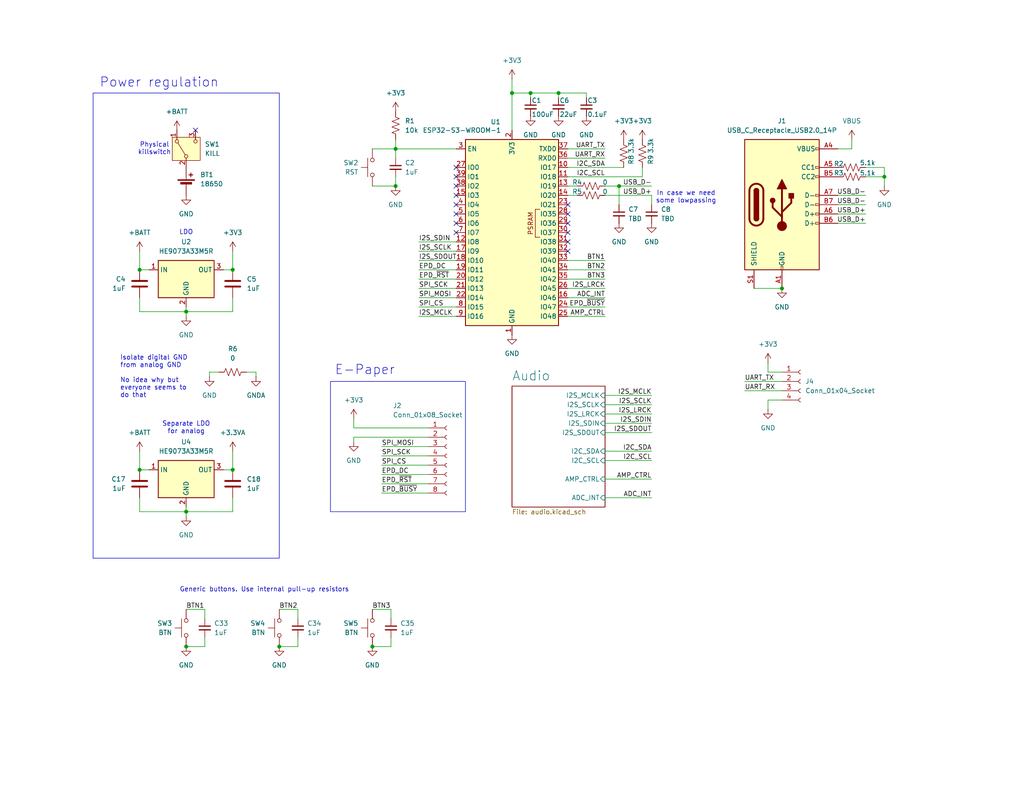
<source format=kicad_sch>
(kicad_sch (version 20231120) (generator "eeschema") (generator_version "8.0")
  (paper "USLetter")
  (title_block (title "Live Caption Badge") (date "2024-10-17") (company "EECS 473 Fall 2024 Team 9"))
  (lib_symbols
    (symbol "Connector:Conn_01x04_Socket" (pin_names (offset 1.016) hide)
      (property "Reference" "J" (at 0 5.08 0))
      (property "Value" "Conn_01x04_Socket" (at 0 -7.62 0))
      (symbol "Conn_01x04_Socket_1_1"
        (arc (start 0 -4.572) (mid -0.5058 -5.08) (end 0 -5.588) (stroke (width 0.1524)))
        (arc (start 0 -2.032) (mid -0.5058 -2.54) (end 0 -3.048) (stroke (width 0.1524)))
        (polyline (pts (xy -1.27 -5.08) (xy -0.508 -5.08)) (stroke (width 0.1524)))
        (polyline (pts (xy -1.27 -2.54) (xy -0.508 -2.54)) (stroke (width 0.1524)))
        (polyline (pts (xy -1.27 0) (xy -0.508 0)) (stroke (width 0.1524)))
        (polyline (pts (xy -1.27 2.54) (xy -0.508 2.54)) (stroke (width 0.1524)))
        (arc (start 0 0.508) (mid -0.5058 0) (end 0 -0.508) (stroke (width 0.1524)))
        (arc (start 0 3.048) (mid -0.5058 2.54) (end 0 2.032) (stroke (width 0.1524)))
        (pin passive line (at -5.08 2.54 0) (length 3.81) (name "Pin_1") (number "1"))
        (pin passive line (at -5.08 0 0) (length 3.81) (name "Pin_2") (number "2"))
        (pin passive line (at -5.08 -2.54 0) (length 3.81) (name "Pin_3") (number "3"))
        (pin passive line (at -5.08 -5.08 0) (length 3.81) (name "Pin_4") (number "4"))
      )
    )
    (symbol "Connector:Conn_01x08_Socket" (pin_names (offset 1.016) hide)
      (property "Reference" "J" (at 0 10.16 0))
      (property "Value" "Conn_01x08_Socket" (at 0 -12.7 0))
      (symbol "Conn_01x08_Socket_1_1"
        (arc (start 0 -9.652) (mid -0.5058 -10.16) (end 0 -10.668) (stroke (width 0.1524)))
        (arc (start 0 -7.112) (mid -0.5058 -7.62) (end 0 -8.128) (stroke (width 0.1524)))
        (arc (start 0 -4.572) (mid -0.5058 -5.08) (end 0 -5.588) (stroke (width 0.1524)))
        (arc (start 0 -2.032) (mid -0.5058 -2.54) (end 0 -3.048) (stroke (width 0.1524)))
        (polyline (pts (xy -1.27 -10.16) (xy -0.508 -10.16)) (stroke (width 0.1524)))
        (polyline (pts (xy -1.27 -7.62) (xy -0.508 -7.62)) (stroke (width 0.1524)))
        (polyline (pts (xy -1.27 -5.08) (xy -0.508 -5.08)) (stroke (width 0.1524)))
        (polyline (pts (xy -1.27 -2.54) (xy -0.508 -2.54)) (stroke (width 0.1524)))
        (polyline (pts (xy -1.27 0) (xy -0.508 0)) (stroke (width 0.1524)))
        (polyline (pts (xy -1.27 2.54) (xy -0.508 2.54)) (stroke (width 0.1524)))
        (polyline (pts (xy -1.27 5.08) (xy -0.508 5.08)) (stroke (width 0.1524)))
        (polyline (pts (xy -1.27 7.62) (xy -0.508 7.62)) (stroke (width 0.1524)))
        (arc (start 0 0.508) (mid -0.5058 0) (end 0 -0.508) (stroke (width 0.1524)))
        (arc (start 0 3.048) (mid -0.5058 2.54) (end 0 2.032) (stroke (width 0.1524)))
        (arc (start 0 5.588) (mid -0.5058 5.08) (end 0 4.572) (stroke (width 0.1524)))
        (arc (start 0 8.128) (mid -0.5058 7.62) (end 0 7.112) (stroke (width 0.1524)))
        (pin passive line (at -5.08 7.62 0) (length 3.81) (name "Pin_1") (number "1"))
        (pin passive line (at -5.08 5.08 0) (length 3.81) (name "Pin_2") (number "2"))
        (pin passive line (at -5.08 2.54 0) (length 3.81) (name "Pin_3") (number "3"))
        (pin passive line (at -5.08 0 0) (length 3.81) (name "Pin_4") (number "4"))
        (pin passive line (at -5.08 -2.54 0) (length 3.81) (name "Pin_5") (number "5"))
        (pin passive line (at -5.08 -5.08 0) (length 3.81) (name "Pin_6") (number "6"))
        (pin passive line (at -5.08 -7.62 0) (length 3.81) (name "Pin_7") (number "7"))
        (pin passive line (at -5.08 -10.16 0) (length 3.81) (name "Pin_8") (number "8"))
      )
    )
    (symbol "Connector:USB_C_Receptacle_USB2.0_14P" (pin_names (offset 1.016))
      (property "Reference" "J" (at 0 22.225 0))
      (property "Value" "USB_C_Receptacle_USB2.0_14P" (at 0 19.685 0))
      (symbol "USB_C_Receptacle_USB2.0_14P_0_0"
        (rectangle (start -0.254 -17.78) (end 0.254 -16.764))
        (rectangle (start 10.16 -4.826) (end 9.144 -5.334))
        (rectangle (start 10.16 -2.286) (end 9.144 -2.794))
        (rectangle (start 10.16 0.254) (end 9.144 -0.254))
        (rectangle (start 10.16 2.794) (end 9.144 2.286))
        (rectangle (start 10.16 7.874) (end 9.144 7.366))
        (rectangle (start 10.16 10.414) (end 9.144 9.906))
        (rectangle (start 10.16 15.494) (end 9.144 14.986))
      )
      (symbol "USB_C_Receptacle_USB2.0_14P_0_1"
        (rectangle (start -10.16 17.78) (end 10.16 -17.78) (stroke (width 0.254)) (fill (type background)))
        (arc (start -8.89 -3.81) (mid -6.985 -5.7067) (end -5.08 -3.81) (stroke (width 0.508)))
        (arc (start -7.62 -3.81) (mid -6.985 -4.4423) (end -6.35 -3.81) (stroke (width 0.254)))
        (arc (start -7.62 -3.81) (mid -6.985 -4.4423) (end -6.35 -3.81) (stroke (width 0.254)) (fill (type outline)))
        (rectangle (start -7.62 -3.81) (end -6.35 3.81) (stroke (width 0.254)) (fill (type outline)))
        (arc (start -6.35 3.81) (mid -6.985 4.4423) (end -7.62 3.81) (stroke (width 0.254)))
        (arc (start -6.35 3.81) (mid -6.985 4.4423) (end -7.62 3.81) (stroke (width 0.254)) (fill (type outline)))
        (arc (start -5.08 3.81) (mid -6.985 5.7067) (end -8.89 3.81) (stroke (width 0.508)))
        (circle (center -2.54 1.143) (radius 0.635) (stroke (width 0.254)) (fill (type outline)))
        (circle (center 0 -5.842) (radius 1.27) (fill (type outline)))
        (polyline (pts (xy -8.89 -3.81) (xy -8.89 3.81)) (stroke (width 0.508)))
        (polyline (pts (xy -5.08 3.81) (xy -5.08 -3.81)) (stroke (width 0.508)))
        (polyline (pts (xy 0 -5.842) (xy 0 4.318)) (stroke (width 0.508)))
        (polyline (pts (xy 0 -3.302) (xy -2.54 -0.762) (xy -2.54 0.508)) (stroke (width 0.508)))
        (polyline (pts (xy 0 -2.032) (xy 2.54 0.508) (xy 2.54 1.778)) (stroke (width 0.508)))
        (polyline (pts (xy -1.27 4.318) (xy 0 6.858) (xy 1.27 4.318) (xy -1.27 4.318)) (stroke (width 0.254)) (fill (type outline)))
        (rectangle (start 1.905 1.778) (end 3.175 3.048) (stroke (width 0.254)) (fill (type outline)))
      )
      (symbol "USB_C_Receptacle_USB2.0_14P_1_1"
        (pin passive line (at 0 -22.86 90) (length 5.08) (name "GND") (number "A1"))
        (pin passive line (at 0 -22.86 90) (length 5.08) hide (name "GND") (number "A12"))
        (pin passive line (at 15.24 15.24 180) (length 5.08) (name "VBUS") (number "A4"))
        (pin bidirectional line (at 15.24 10.16 180) (length 5.08) (name "CC1") (number "A5"))
        (pin bidirectional line (at 15.24 -2.54 180) (length 5.08) (name "D+") (number "A6"))
        (pin bidirectional line (at 15.24 2.54 180) (length 5.08) (name "D-") (number "A7"))
        (pin passive line (at 15.24 15.24 180) (length 5.08) hide (name "VBUS") (number "A9"))
        (pin passive line (at 0 -22.86 90) (length 5.08) hide (name "GND") (number "B1"))
        (pin passive line (at 0 -22.86 90) (length 5.08) hide (name "GND") (number "B12"))
        (pin passive line (at 15.24 15.24 180) (length 5.08) hide (name "VBUS") (number "B4"))
        (pin bidirectional line (at 15.24 7.62 180) (length 5.08) (name "CC2") (number "B5"))
        (pin bidirectional line (at 15.24 -5.08 180) (length 5.08) (name "D+") (number "B6"))
        (pin bidirectional line (at 15.24 0 180) (length 5.08) (name "D-") (number "B7"))
        (pin passive line (at 15.24 15.24 180) (length 5.08) hide (name "VBUS") (number "B9"))
        (pin passive line (at -7.62 -22.86 90) (length 5.08) (name "SHIELD") (number "S1"))
      )
    )
    (symbol "Device:Battery_Cell" (pin_numbers hide) (pin_names (offset 0) hide)
      (property "Reference" "BT" (at 2.54 2.54 0))
      (property "Value" "Battery_Cell" (at 2.54 0 0))
      (symbol "Battery_Cell_0_1"
        (rectangle (start -2.286 1.778) (end 2.286 1.524) (fill (type outline)))
        (rectangle (start -1.524 1.016) (end 1.524 0.508) (fill (type outline)))
        (polyline (pts (xy 0 0.762) (xy 0 0)))
        (polyline (pts (xy 0 1.778) (xy 0 2.54)))
        (polyline (pts (xy 0.762 3.048) (xy 1.778 3.048)) (stroke (width 0.254)))
        (polyline (pts (xy 1.27 3.556) (xy 1.27 2.54)) (stroke (width 0.254)))
      )
      (symbol "Battery_Cell_1_1"
        (pin passive line (at 0 5.08 270) (length 2.54) (name "+") (number "1"))
        (pin passive line (at 0 -2.54 90) (length 2.54) (name "-") (number "2"))
      )
    )
    (symbol "Device:C" (pin_numbers hide) (pin_names (offset 0.254))
      (property "Reference" "C" (at 0.635 2.54 0))
      (property "Value" "C" (at 0.635 -2.54 0))
      (symbol "C_0_1"
        (polyline (pts (xy -2.032 -0.762) (xy 2.032 -0.762)) (stroke (width 0.508)))
        (polyline (pts (xy -2.032 0.762) (xy 2.032 0.762)) (stroke (width 0.508)))
      )
      (symbol "C_1_1"
        (pin passive line (at 0 3.81 270) (length 2.794) (name "~") (number "1"))
        (pin passive line (at 0 -3.81 90) (length 2.794) (name "~") (number "2"))
      )
    )
    (symbol "Device:C_Small" (pin_numbers hide) (pin_names (offset 0.254) hide)
      (property "Reference" "C" (at 0.254 1.778 0))
      (property "Value" "C_Small" (at 0.254 -2.032 0))
      (symbol "C_Small_0_1"
        (polyline (pts (xy -1.524 -0.508) (xy 1.524 -0.508)) (stroke (width 0.3302)))
        (polyline (pts (xy -1.524 0.508) (xy 1.524 0.508)) (stroke (width 0.3048)))
      )
      (symbol "C_Small_1_1"
        (pin passive line (at 0 2.54 270) (length 2.032) (name "~") (number "1"))
        (pin passive line (at 0 -2.54 90) (length 2.032) (name "~") (number "2"))
      )
    )
    (symbol "Device:R_US" (pin_numbers hide) (pin_names (offset 0))
      (property "Reference" "R" (at 2.54 0 90))
      (property "Value" "R_US" (at -2.54 0 90))
      (symbol "R_US_0_1"
        (polyline (pts (xy 0 -2.286) (xy 0 -2.54)))
        (polyline (pts (xy 0 2.286) (xy 0 2.54)))
        (polyline (pts (xy 0 -0.762) (xy 1.016 -1.143) (xy 0 -1.524) (xy -1.016 -1.905) (xy 0 -2.286)))
        (polyline (pts (xy 0 0.762) (xy 1.016 0.381) (xy 0 0) (xy -1.016 -0.381) (xy 0 -0.762)))
        (polyline (pts (xy 0 2.286) (xy 1.016 1.905) (xy 0 1.524) (xy -1.016 1.143) (xy 0 0.762)))
      )
      (symbol "R_US_1_1"
        (pin passive line (at 0 3.81 270) (length 1.27) (name "~") (number "1"))
        (pin passive line (at 0 -3.81 90) (length 1.27) (name "~") (number "2"))
      )
    )
    (symbol "RF_Module:ESP32-S3-WROOM-1"
      (property "Reference" "U" (at -12.7 26.67 0))
      (property "Value" "ESP32-S3-WROOM-1" (at 12.7 26.67 0))
      (symbol "ESP32-S3-WROOM-1_0_0"
        (rectangle (start -12.7 25.4) (end 12.7 -25.4) (stroke (width 0.254)) (fill (type background)))
        (text "PSRAM" (at 5.08 2.54 900) (effects (font (size 1.27 1.27))))
      )
      (symbol "ESP32-S3-WROOM-1_0_1"
        (polyline (pts (xy 7.62 -1.27) (xy 6.35 -1.27) (xy 6.35 6.35) (xy 7.62 6.35)))
      )
      (symbol "ESP32-S3-WROOM-1_1_1"
        (pin power_in line (at 0 -27.94 90) (length 2.54) (name "GND") (number "1"))
        (pin bidirectional line (at 15.24 17.78 180) (length 2.54) (name "IO17") (number "10"))
        (pin bidirectional line (at 15.24 15.24 180) (length 2.54) (name "IO18") (number "11"))
        (pin bidirectional line (at -15.24 -2.54 0) (length 2.54) (name "IO8") (number "12"))
        (pin bidirectional line (at 15.24 12.7 180) (length 2.54) (name "IO19") (number "13"))
        (pin bidirectional line (at 15.24 10.16 180) (length 2.54) (name "IO20") (number "14"))
        (pin bidirectional line (at -15.24 10.16 0) (length 2.54) (name "IO3") (number "15"))
        (pin bidirectional line (at 15.24 -17.78 180) (length 2.54) (name "IO46") (number "16"))
        (pin bidirectional line (at -15.24 -5.08 0) (length 2.54) (name "IO9") (number "17"))
        (pin bidirectional line (at -15.24 -7.62 0) (length 2.54) (name "IO10") (number "18"))
        (pin bidirectional line (at -15.24 -10.16 0) (length 2.54) (name "IO11") (number "19"))
        (pin power_in line (at 0 27.94 270) (length 2.54) (name "3V3") (number "2"))
        (pin bidirectional line (at -15.24 -12.7 0) (length 2.54) (name "IO12") (number "20"))
        (pin bidirectional line (at -15.24 -15.24 0) (length 2.54) (name "IO13") (number "21"))
        (pin bidirectional line (at -15.24 -17.78 0) (length 2.54) (name "IO14") (number "22"))
        (pin bidirectional line (at 15.24 7.62 180) (length 2.54) (name "IO21") (number "23"))
        (pin bidirectional line (at 15.24 -20.32 180) (length 2.54) (name "IO47") (number "24"))
        (pin bidirectional line (at 15.24 -22.86 180) (length 2.54) (name "IO48") (number "25"))
        (pin bidirectional line (at 15.24 -15.24 180) (length 2.54) (name "IO45") (number "26"))
        (pin bidirectional line (at -15.24 17.78 0) (length 2.54) (name "IO0") (number "27"))
        (pin bidirectional line (at 15.24 5.08 180) (length 2.54) (name "IO35") (number "28"))
        (pin bidirectional line (at 15.24 2.54 180) (length 2.54) (name "IO36") (number "29"))
        (pin input line (at -15.24 22.86 0) (length 2.54) (name "EN") (number "3"))
        (pin bidirectional line (at 15.24 0 180) (length 2.54) (name "IO37") (number "30"))
        (pin bidirectional line (at 15.24 -2.54 180) (length 2.54) (name "IO38") (number "31"))
        (pin bidirectional line (at 15.24 -5.08 180) (length 2.54) (name "IO39") (number "32"))
        (pin bidirectional line (at 15.24 -7.62 180) (length 2.54) (name "IO40") (number "33"))
        (pin bidirectional line (at 15.24 -10.16 180) (length 2.54) (name "IO41") (number "34"))
        (pin bidirectional line (at 15.24 -12.7 180) (length 2.54) (name "IO42") (number "35"))
        (pin bidirectional line (at 15.24 20.32 180) (length 2.54) (name "RXD0") (number "36"))
        (pin bidirectional line (at 15.24 22.86 180) (length 2.54) (name "TXD0") (number "37"))
        (pin bidirectional line (at -15.24 12.7 0) (length 2.54) (name "IO2") (number "38"))
        (pin bidirectional line (at -15.24 15.24 0) (length 2.54) (name "IO1") (number "39"))
        (pin bidirectional line (at -15.24 7.62 0) (length 2.54) (name "IO4") (number "4"))
        (pin passive line (at 0 -27.94 90) (length 2.54) hide (name "GND") (number "40"))
        (pin passive line (at 0 -27.94 90) (length 2.54) hide (name "GND") (number "41"))
        (pin bidirectional line (at -15.24 5.08 0) (length 2.54) (name "IO5") (number "5"))
        (pin bidirectional line (at -15.24 2.54 0) (length 2.54) (name "IO6") (number "6"))
        (pin bidirectional line (at -15.24 0 0) (length 2.54) (name "IO7") (number "7"))
        (pin bidirectional line (at -15.24 -20.32 0) (length 2.54) (name "IO15") (number "8"))
        (pin bidirectional line (at -15.24 -22.86 0) (length 2.54) (name "IO16") (number "9"))
      )
    )
    (symbol "Regulator_Linear:LT1963AxST-3.3"
      (property "Reference" "U" (at -7.62 6.35 0))
      (property "Value" "LT1963AxST-3.3" (at -1.27 6.35 0))
      (symbol "LT1963AxST-3.3_0_1"
        (rectangle (start -7.62 5.08) (end 7.62 -5.08) (stroke (width 0.254)) (fill (type background)))
      )
      (symbol "LT1963AxST-3.3_1_1"
        (pin power_in line (at -10.16 2.54 0) (length 2.54) (name "IN") (number "1"))
        (pin power_in line (at 0 -7.62 90) (length 2.54) (name "GND") (number "2"))
        (pin power_out line (at 10.16 2.54 180) (length 2.54) (name "OUT") (number "3"))
      )
    )
    (symbol "Switch:SW_Push" (pin_numbers hide) (pin_names (offset 1.016) hide)
      (property "Reference" "SW" (at 1.27 2.54 0))
      (property "Value" "SW_Push" (at 0 -1.524 0))
      (symbol "SW_Push_0_1"
        (circle (center -2.032 0) (radius 0.508))
        (polyline (pts (xy 0 1.27) (xy 0 3.048)))
        (polyline (pts (xy 2.54 1.27) (xy -2.54 1.27)))
        (circle (center 2.032 0) (radius 0.508))
        (pin passive line (at -5.08 0 0) (length 2.54) (name "1") (number "1"))
        (pin passive line (at 5.08 0 180) (length 2.54) (name "2") (number "2"))
      )
    )
    (symbol "Switch:SW_SPDT" (pin_names (offset 0) hide)
      (property "Reference" "SW" (at 0 5.08 0))
      (property "Value" "SW_SPDT" (at 0 -5.08 0))
      (symbol "SW_SPDT_0_1"
        (circle (center -2.032 0) (radius 0.4572))
        (polyline (pts (xy -1.651 0.254) (xy 1.651 2.286)))
        (circle (center 2.032 -2.54) (radius 0.4572))
        (circle (center 2.032 2.54) (radius 0.4572))
      )
      (symbol "SW_SPDT_1_1"
        (rectangle (start -3.175 3.81) (end 3.175 -3.81) (fill (type background)))
        (pin passive line (at 5.08 2.54 180) (length 2.54) (name "A") (number "1"))
        (pin passive line (at -5.08 0 0) (length 2.54) (name "B") (number "2"))
        (pin passive line (at 5.08 -2.54 180) (length 2.54) (name "C") (number "3"))
      )
    )
    (symbol "power:+3.3VA" (power) (pin_numbers hide) (pin_names (offset 0) hide)
      (property "Value" "+3.3VA" (at 0 3.556 0))
      (symbol "+3.3VA_0_1"
        (polyline (pts (xy -0.762 1.27) (xy 0 2.54)))
        (polyline (pts (xy 0 0) (xy 0 2.54)))
        (polyline (pts (xy 0 2.54) (xy 0.762 1.27)))
      )
      (symbol "+3.3VA_1_1"
        (pin power_in line (at 0 0 90) (length 0) (name "~") (number "1"))
      )
    )
    (symbol "power:+3V3" (power) (pin_numbers hide) (pin_names (offset 0) hide)
      (property "Value" "+3V3" (at 0 3.556 0))
      (symbol "+3V3_0_1"
        (polyline (pts (xy -0.762 1.27) (xy 0 2.54)))
        (polyline (pts (xy 0 0) (xy 0 2.54)))
        (polyline (pts (xy 0 2.54) (xy 0.762 1.27)))
      )
      (symbol "+3V3_1_1"
        (pin power_in line (at 0 0 90) (length 0) (name "~") (number "1"))
      )
    )
    (symbol "power:+BATT" (power) (pin_numbers hide) (pin_names (offset 0) hide)
      (property "Value" "+BATT" (at 0 3.556 0))
      (symbol "+BATT_0_1"
        (polyline (pts (xy -0.762 1.27) (xy 0 2.54)))
        (polyline (pts (xy 0 0) (xy 0 2.54)))
        (polyline (pts (xy 0 2.54) (xy 0.762 1.27)))
      )
      (symbol "+BATT_1_1"
        (pin power_in line (at 0 0 90) (length 0) (name "~") (number "1"))
      )
    )
    (symbol "power:GND" (power) (pin_numbers hide) (pin_names (offset 0) hide)
      (property "Value" "GND" (at 0 -3.81 0))
      (symbol "GND_0_1"
        (polyline (pts (xy 0 0) (xy 0 -1.27) (xy 1.27 -1.27) (xy 0 -2.54) (xy -1.27 -1.27) (xy 0 -1.27)))
      )
      (symbol "GND_1_1"
        (pin power_in line (at 0 0 270) (length 0) (name "~") (number "1"))
      )
    )
    (symbol "power:GNDA" (power) (pin_numbers hide) (pin_names (offset 0) hide)
      (property "Value" "GNDA" (at 0 -3.81 0))
      (symbol "GNDA_0_1"
        (polyline (pts (xy 0 0) (xy 0 -1.27) (xy 1.27 -1.27) (xy 0 -2.54) (xy -1.27 -1.27) (xy 0 -1.27)))
      )
      (symbol "GNDA_1_1"
        (pin power_in line (at 0 0 270) (length 0) (name "~") (number "1"))
      )
    )
    (symbol "power:VBUS" (power) (pin_numbers hide) (pin_names (offset 0) hide)
      (property "Value" "VBUS" (at 0 3.556 0))
      (symbol "VBUS_0_1"
        (polyline (pts (xy -0.762 1.27) (xy 0 2.54)))
        (polyline (pts (xy 0 0) (xy 0 2.54)))
        (polyline (pts (xy 0 2.54) (xy 0.762 1.27)))
      )
      (symbol "VBUS_1_1"
        (pin power_in line (at 0 0 90) (length 0) (name "~") (number "1"))
      )
    )
  )
  (junction (at 50.8 176.53))
  (junction (at 38.1 73.66))
  (junction (at 152.4 25.4))
  (junction (at 139.7 25.4))
  (junction (at 63.5 128.27))
  (junction (at 101.6 176.53))
  (junction (at 76.2 176.53))
  (junction (at 107.95 50.8))
  (junction (at 63.5 73.66))
  (junction (at 50.8 85.09))
  (junction (at 213.36 78.74))
  (junction (at 144.78 25.4))
  (junction (at 50.8 139.7))
  (junction (at 241.3 48.26))
  (junction (at 107.95 40.64))
  (junction (at 38.1 128.27))
  (junction (at 168.91 50.8))
  (no_connect (at 53.34 35.56))
  (no_connect (at 124.46 58.42))
  (no_connect (at 124.46 45.72))
  (no_connect (at 124.46 55.88))
  (no_connect (at 154.94 60.96))
  (no_connect (at 124.46 48.26))
  (no_connect (at 154.94 63.5))
  (no_connect (at 154.94 68.58))
  (no_connect (at 124.46 53.34))
  (no_connect (at 124.46 63.5))
  (no_connect (at 154.94 58.42))
  (no_connect (at 154.94 66.04))
  (no_connect (at 154.94 55.88))
  (no_connect (at 124.46 50.8))
  (no_connect (at 124.46 60.96))
  (wire (pts (xy 96.52 119.38) (xy 96.52 120.65)))
  (wire (pts (xy 209.55 109.22) (xy 209.55 111.76)))
  (wire (pts (xy 50.8 138.43) (xy 50.8 139.7)))
  (wire (pts (xy 154.94 53.34) (xy 157.48 53.34)))
  (wire (pts (xy 96.52 114.3) (xy 96.52 116.84)))
  (wire (pts (xy 104.14 132.08) (xy 116.84 132.08)))
  (wire (pts (xy 165.1 118.11) (xy 177.8 118.11)))
  (wire (pts (xy 63.5 85.09) (xy 50.8 85.09)))
  (wire (pts (xy 50.8 85.09) (xy 50.8 86.36)))
  (wire (pts (xy 154.94 78.74) (xy 165.1 78.74)))
  (wire (pts (xy 154.94 48.26) (xy 175.26 48.26)))
  (wire (pts (xy 154.94 76.2) (xy 165.1 76.2)))
  (wire (pts (xy 106.68 168.91) (xy 106.68 166.37)))
  (wire (pts (xy 38.1 128.27) (xy 38.1 123.19)))
  (wire (pts (xy 144.78 25.4) (xy 139.7 25.4)))
  (wire (pts (xy 160.02 26.67) (xy 160.02 25.4)))
  (wire (pts (xy 114.3 81.28) (xy 124.46 81.28)))
  (wire (pts (xy 114.3 76.2) (xy 124.46 76.2)))
  (wire (pts (xy 165.1 130.81) (xy 177.8 130.81)))
  (wire (pts (xy 165.1 50.8) (xy 168.91 50.8)))
  (wire (pts (xy 154.94 71.12) (xy 165.1 71.12)))
  (wire (pts (xy 114.3 86.36) (xy 124.46 86.36)))
  (wire (pts (xy 205.74 78.74) (xy 213.36 78.74)))
  (wire (pts (xy 114.3 78.74) (xy 124.46 78.74)))
  (wire (pts (xy 104.14 121.92) (xy 116.84 121.92)))
  (wire (pts (xy 168.91 50.8) (xy 177.8 50.8)))
  (wire (pts (xy 228.6 55.88) (xy 236.22 55.88)))
  (wire (pts (xy 154.94 45.72) (xy 170.18 45.72)))
  (wire (pts (xy 40.64 128.27) (xy 38.1 128.27)))
  (wire (pts (xy 55.88 166.37) (xy 50.8 166.37)))
  (wire (pts (xy 241.3 45.72) (xy 241.3 48.26)))
  (wire (pts (xy 63.5 68.58) (xy 63.5 73.66)))
  (wire (pts (xy 154.94 73.66) (xy 165.1 73.66)))
  (wire (pts (xy 104.14 134.62) (xy 116.84 134.62)))
  (wire (pts (xy 67.31 101.6) (xy 69.85 101.6)))
  (wire (pts (xy 154.94 86.36) (xy 165.1 86.36)))
  (wire (pts (xy 165.1 125.73) (xy 177.8 125.73)))
  (wire (pts (xy 38.1 135.89) (xy 38.1 139.7)))
  (wire (pts (xy 232.41 38.1) (xy 232.41 40.64)))
  (wire (pts (xy 101.6 50.8) (xy 107.95 50.8)))
  (wire (pts (xy 154.94 43.18) (xy 165.1 43.18)))
  (wire (pts (xy 236.22 48.26) (xy 241.3 48.26)))
  (wire (pts (xy 107.95 40.64) (xy 107.95 43.18)))
  (wire (pts (xy 203.2 106.68) (xy 213.36 106.68)))
  (wire (pts (xy 228.6 58.42) (xy 236.22 58.42)))
  (wire (pts (xy 177.8 53.34) (xy 177.8 55.88)))
  (wire (pts (xy 232.41 40.64) (xy 228.6 40.64)))
  (wire (pts (xy 114.3 83.82) (xy 124.46 83.82)))
  (wire (pts (xy 152.4 25.4) (xy 160.02 25.4)))
  (wire (pts (xy 165.1 123.19) (xy 177.8 123.19)))
  (wire (pts (xy 165.1 135.89) (xy 177.8 135.89)))
  (wire (pts (xy 236.22 45.72) (xy 241.3 45.72)))
  (wire (pts (xy 81.28 173.99) (xy 81.28 176.53)))
  (wire (pts (xy 152.4 25.4) (xy 152.4 26.67)))
  (wire (pts (xy 114.3 68.58) (xy 124.46 68.58)))
  (wire (pts (xy 81.28 176.53) (xy 76.2 176.53)))
  (wire (pts (xy 106.68 176.53) (xy 101.6 176.53)))
  (wire (pts (xy 165.1 115.57) (xy 177.8 115.57)))
  (wire (pts (xy 139.7 21.59) (xy 139.7 25.4)))
  (wire (pts (xy 168.91 50.8) (xy 168.91 55.88)))
  (wire (pts (xy 154.94 83.82) (xy 165.1 83.82)))
  (wire (pts (xy 104.14 124.46) (xy 116.84 124.46)))
  (wire (pts (xy 63.5 81.28) (xy 63.5 85.09)))
  (wire (pts (xy 63.5 135.89) (xy 63.5 139.7)))
  (wire (pts (xy 104.14 129.54) (xy 116.84 129.54)))
  (wire (pts (xy 55.88 173.99) (xy 55.88 176.53)))
  (wire (pts (xy 165.1 107.95) (xy 177.8 107.95)))
  (wire (pts (xy 106.68 173.99) (xy 106.68 176.53)))
  (wire (pts (xy 154.94 81.28) (xy 165.1 81.28)))
  (wire (pts (xy 40.64 73.66) (xy 38.1 73.66)))
  (wire (pts (xy 63.5 139.7) (xy 50.8 139.7)))
  (wire (pts (xy 59.69 101.6) (xy 57.15 101.6)))
  (wire (pts (xy 209.55 99.06) (xy 209.55 101.6)))
  (wire (pts (xy 38.1 85.09) (xy 50.8 85.09)))
  (wire (pts (xy 144.78 26.67) (xy 144.78 25.4)))
  (wire (pts (xy 154.94 50.8) (xy 157.48 50.8)))
  (wire (pts (xy 114.3 66.04) (xy 124.46 66.04)))
  (wire (pts (xy 106.68 166.37) (xy 101.6 166.37)))
  (wire (pts (xy 203.2 104.14) (xy 213.36 104.14)))
  (wire (pts (xy 55.88 176.53) (xy 50.8 176.53)))
  (wire (pts (xy 81.28 166.37) (xy 76.2 166.37)))
  (wire (pts (xy 228.6 60.96) (xy 236.22 60.96)))
  (wire (pts (xy 241.3 48.26) (xy 241.3 50.8)))
  (wire (pts (xy 38.1 81.28) (xy 38.1 85.09)))
  (wire (pts (xy 63.5 128.27) (xy 60.96 128.27)))
  (wire (pts (xy 50.8 139.7) (xy 50.8 140.97)))
  (wire (pts (xy 107.95 48.26) (xy 107.95 50.8)))
  (wire (pts (xy 114.3 71.12) (xy 124.46 71.12)))
  (wire (pts (xy 38.1 139.7) (xy 50.8 139.7)))
  (wire (pts (xy 154.94 40.64) (xy 165.1 40.64)))
  (wire (pts (xy 63.5 123.19) (xy 63.5 128.27)))
  (wire (pts (xy 55.88 168.91) (xy 55.88 166.37)))
  (wire (pts (xy 104.14 127) (xy 116.84 127)))
  (wire (pts (xy 96.52 116.84) (xy 116.84 116.84)))
  (wire (pts (xy 165.1 110.49) (xy 177.8 110.49)))
  (wire (pts (xy 116.84 119.38) (xy 96.52 119.38)))
  (wire (pts (xy 107.95 38.1) (xy 107.95 40.64)))
  (wire (pts (xy 107.95 40.64) (xy 124.46 40.64)))
  (wire (pts (xy 38.1 73.66) (xy 38.1 68.58)))
  (wire (pts (xy 57.15 101.6) (xy 57.15 102.87)))
  (wire (pts (xy 209.55 109.22) (xy 213.36 109.22)))
  (wire (pts (xy 139.7 25.4) (xy 139.7 35.56)))
  (wire (pts (xy 69.85 101.6) (xy 69.85 102.87)))
  (wire (pts (xy 50.8 83.82) (xy 50.8 85.09)))
  (wire (pts (xy 101.6 40.64) (xy 107.95 40.64)))
  (wire (pts (xy 81.28 168.91) (xy 81.28 166.37)))
  (wire (pts (xy 228.6 53.34) (xy 236.22 53.34)))
  (wire (pts (xy 165.1 53.34) (xy 177.8 53.34)))
  (wire (pts (xy 209.55 101.6) (xy 213.36 101.6)))
  (wire (pts (xy 165.1 113.03) (xy 177.8 113.03)))
  (wire (pts (xy 63.5 73.66) (xy 60.96 73.66)))
  (wire (pts (xy 114.3 73.66) (xy 124.46 73.66)))
  (wire (pts (xy 152.4 25.4) (xy 144.78 25.4)))
  (wire (pts (xy 175.26 45.72) (xy 175.26 48.26)))
  (rectangle (start 25.4 25.4) (end 76.2 152.4))
  (rectangle (start 90.17 104.14) (end 127 139.7))
  (text "Power regulation" (at 43.434 22.606 0) (effects (font (size 2.54 2.54))))
  (text "Physical\nkillswitch" (at 42.164 40.64 0) (effects (font (size 1.27 1.27))))
  (text "LDO" (at 50.8 63.5 0) (effects (font (size 1.27 1.27))))
  (text "In case we need\nsome lowpassing" (at 187.198 53.848 0) (effects (font (size 1.27 1.27))))
  (text "Generic buttons. Use internal pull-up resistors" (at 72.136 161.036 0) (effects (font (size 1.27 1.27))))
  (text "Isolate digital GND\nfrom analog GND\n\nNo idea why but\neveryone seems to\ndo that" (at 32.766 102.87 0) (effects (font (size 1.27 1.27)) (justify left)))
  (text "Separate LDO\nfor analog" (at 50.8 116.84 0) (effects (font (size 1.27 1.27))))
  (text "E-Paper" (at 99.568 101.092 0) (effects (font (size 2.54 2.54))))
  (label "I2S_SDOUT" (at 114.3 71.12 0))
  (label "I2S_LRCK" (at 177.8 113.03 180))
  (label "I2S_MCLK" (at 114.3 86.36 0))
  (label "USB_D-" (at 236.22 55.88 180))
  (label "ADC_INT" (at 165.1 81.28 180))
  (label "EPD_~{BUSY}" (at 104.14 134.62 0))
  (label "I2C_SCL" (at 177.8 125.73 180))
  (label "UART_TX" (at 165.1 40.64 180))
  (label "SPI_CS" (at 114.3 83.82 0))
  (label "USB_D-" (at 177.8 50.8 180))
  (label "I2C_SDA" (at 165.1 45.72 180))
  (label "EPD_~{RST}" (at 104.14 132.08 0))
  (label "SPI_CS" (at 104.14 127 0))
  (label "I2S_SDIN" (at 114.3 66.04 0))
  (label "USB_D+" (at 177.8 53.34 180))
  (label "I2C_SCL" (at 165.1 48.26 180))
  (label "USB_D+" (at 236.22 60.96 180))
  (label "BTN3" (at 165.1 76.2 180))
  (label "UART_RX" (at 203.2 106.68 0))
  (label "SPI_MOSI" (at 104.14 121.92 0))
  (label "EPD_DC" (at 104.14 129.54 0))
  (label "SPI_SCK" (at 104.14 124.46 0))
  (label "AMP_CTRL" (at 165.1 86.36 180))
  (label "UART_RX" (at 165.1 43.18 180))
  (label "I2S_SDIN" (at 177.8 115.57 180))
  (label "BTN1" (at 50.8 166.37 0))
  (label "BTN2" (at 76.2 166.37 0))
  (label "SPI_SCK" (at 114.3 78.74 0))
  (label "ADC_INT" (at 177.8 135.89 180))
  (label "EPD_~{BUSY}" (at 165.1 83.82 180))
  (label "EPD_DC" (at 114.3 73.66 0))
  (label "I2S_MCLK" (at 177.8 107.95 180))
  (label "USB_D-" (at 236.22 53.34 180))
  (label "I2S_SCLK" (at 114.3 68.58 0))
  (label "AMP_CTRL" (at 177.8 130.81 180))
  (label "USB_D+" (at 236.22 58.42 180))
  (label "I2S_SCLK" (at 177.8 110.49 180))
  (label "BTN1" (at 165.1 71.12 180))
  (label "BTN3" (at 101.6 166.37 0))
  (label "I2C_SDA" (at 177.8 123.19 180))
  (label "SPI_MOSI" (at 114.3 81.28 0))
  (label "BTN2" (at 165.1 73.66 180))
  (label "I2S_SDOUT" (at 177.8 118.11 180))
  (label "EPD_~{RST}" (at 114.3 76.2 0))
  (label "I2S_LRCK" (at 165.1 78.74 180))
  (label "UART_TX" (at 203.2 104.14 0))
  (symbol (lib_id "Device:R_US") (at 232.41 48.26 90) (unit 1)
    (property "Reference" "R3" (at 228.854 47.244 90))
    (property "Value" "5.1k" (at 236.728 47.244 90))
    (property "Description" "Resistor, US symbol" (effects (hide yes)))
  )
  (symbol (lib_id "Regulator_Linear:LT1963AxST-3.3") (at 50.8 76.2 0) (unit 1)
    (property "Reference" "U2" (at 50.8 66.04 0))
    (property "Value" "HE9073A33M5R" (at 50.8 68.58 0))
    (property "Datasheet" "https://www.analog.com/media/en/technical-documentation/data-sheets/1963aff.pdf" (effects (hide yes)))
    (property "Description" "3.3V, 500mA LDO regulator" (effects (hide yes)))
  )
  (symbol (lib_id "power:+3V3") (at 170.18 38.1 0) (unit 1)
    (property "Reference" "#PWR029" (effects (hide yes)))
    (property "Value" "+3V3" (at 170.18 33.02 0))
    (property "Description" "Power symbol creates a global label with name \"+3V3\"" (effects (hide yes)))
  )
  (symbol (lib_id "Device:C_Small") (at 107.95 45.72 0) (unit 1)
    (property "Reference" "C2" (at 110.49 44.4562 0) (effects (justify left)))
    (property "Value" "1uF" (at 110.49 46.9962 0) (effects (justify left)))
    (property "Description" "Unpolarized capacitor, small symbol" (effects (hide yes)))
  )
  (symbol (lib_id "power:+3V3") (at 209.55 99.06 0) (unit 1)
    (property "Reference" "#PWR017" (effects (hide yes)))
    (property "Value" "+3V3" (at 209.55 93.98 0))
    (property "Description" "Power symbol creates a global label with name \"+3V3\"" (effects (hide yes)))
  )
  (symbol (lib_id "Device:C_Small") (at 81.28 171.45 0) (unit 1)
    (property "Reference" "C34" (at 83.82 170.1862 0) (effects (justify left)))
    (property "Value" "1uF" (at 83.82 172.7262 0) (effects (justify left)))
    (property "Description" "Unpolarized capacitor, small symbol" (effects (hide yes)))
  )
  (symbol (lib_id "power:GND") (at 168.91 60.96 0) (unit 1)
    (property "Reference" "#PWR018" (effects (hide yes)))
    (property "Value" "GND" (at 168.91 66.04 0))
    (property "Description" "Power symbol creates a global label with name \"GND\" , ground" (effects (hide yes)))
  )
  (symbol (lib_id "Switch:SW_Push") (at 50.8 171.45 90) (unit 1)
    (property "Reference" "SW3" (at 46.99 170.1799 90) (effects (justify left)))
    (property "Value" "BTN" (at 46.99 172.7199 90) (effects (justify left)))
    (property "Description" "Push button switch, generic, two pins" (effects (hide yes)))
  )
  (symbol (lib_id "Device:C") (at 63.5 77.47 0) (unit 1)
    (property "Reference" "C5" (at 67.31 76.1999 0) (effects (justify left)))
    (property "Value" "1uF" (at 67.31 78.7399 0) (effects (justify left)))
    (property "Description" "Unpolarized capacitor" (effects (hide yes)))
  )
  (symbol (lib_id "power:GND") (at 96.52 120.65 0) (unit 1)
    (property "Reference" "#PWR045" (effects (hide yes)))
    (property "Value" "GND" (at 96.52 125.73 0))
    (property "Description" "Power symbol creates a global label with name \"GND\" , ground" (effects (hide yes)))
  )
  (symbol (lib_id "Device:R_US") (at 232.41 45.72 90) (unit 1)
    (property "Reference" "R2" (at 228.854 44.704 90))
    (property "Value" "5.1k" (at 236.728 44.45 90))
    (property "Description" "Resistor, US symbol" (effects (hide yes)))
  )
  (symbol (lib_id "power:GND") (at 107.95 50.8 0) (unit 1)
    (property "Reference" "#PWR06" (effects (hide yes)))
    (property "Value" "GND" (at 107.95 55.88 0))
    (property "Description" "Power symbol creates a global label with name \"GND\" , ground" (effects (hide yes)))
  )
  (symbol (lib_id "power:GND") (at 177.8 60.96 0) (unit 1)
    (property "Reference" "#PWR019" (effects (hide yes)))
    (property "Value" "GND" (at 177.8 66.04 0))
    (property "Description" "Power symbol creates a global label with name \"GND\" , ground" (effects (hide yes)))
  )
  (symbol (lib_id "Device:R_US") (at 175.26 41.91 0) (unit 1)
    (property "Reference" "R9" (at 177.546 44.958 90) (effects (justify left)))
    (property "Value" "3.3k" (at 177.546 41.91 90) (effects (justify left)))
    (property "Description" "Resistor, US symbol" (effects (hide yes)))
  )
  (symbol (lib_id "Switch:SW_Push") (at 101.6 171.45 90) (unit 1)
    (property "Reference" "SW5" (at 97.79 170.1799 90) (effects (justify left)))
    (property "Value" "BTN" (at 97.79 172.7199 90) (effects (justify left)))
    (property "Description" "Push button switch, generic, two pins" (effects (hide yes)))
  )
  (symbol (lib_id "Device:C") (at 38.1 132.08 0) (mirror y) (unit 1)
    (property "Reference" "C17" (at 34.29 130.8099 0) (effects (justify left)))
    (property "Value" "1uF" (at 34.29 133.3499 0) (effects (justify left)))
    (property "Description" "Unpolarized capacitor" (effects (hide yes)))
  )
  (symbol (lib_id "Device:C_Small") (at 177.8 58.42 0) (unit 1)
    (property "Reference" "C8" (at 180.34 57.1562 0) (effects (justify left)))
    (property "Value" "TBD" (at 180.34 59.6962 0) (effects (justify left)))
    (property "Description" "Unpolarized capacitor, small symbol" (effects (hide yes)))
  )
  (symbol (lib_id "Device:C") (at 38.1 77.47 0) (mirror y) (unit 1)
    (property "Reference" "C4" (at 34.29 76.1999 0) (effects (justify left)))
    (property "Value" "1uF" (at 34.29 78.7399 0) (effects (justify left)))
    (property "Description" "Unpolarized capacitor" (effects (hide yes)))
  )
  (symbol (lib_id "power:GND") (at 50.8 140.97 0) (unit 1)
    (property "Reference" "#PWR032" (effects (hide yes)))
    (property "Value" "GND" (at 50.8 146.05 0))
    (property "Description" "Power symbol creates a global label with name \"GND\" , ground" (effects (hide yes)))
  )
  (symbol (lib_id "Switch:SW_SPDT") (at 50.8 40.64 90) (unit 1)
    (property "Reference" "SW1" (at 55.88 39.3699 90) (effects (justify right)))
    (property "Value" "KILL" (at 55.88 41.9099 90) (effects (justify right)))
    (property "Description" "Switch, single pole double throw" (effects (hide yes)))
  )
  (symbol (lib_id "power:GND") (at 241.3 50.8 0) (unit 1)
    (property "Reference" "#PWR08" (effects (hide yes)))
    (property "Value" "GND" (at 241.3 55.88 0))
    (property "Description" "Power symbol creates a global label with name \"GND\" , ground" (effects (hide yes)))
  )
  (symbol (lib_id "power:+3V3") (at 96.52 114.3 0) (unit 1)
    (property "Reference" "#PWR044" (effects (hide yes)))
    (property "Value" "+3V3" (at 96.52 109.22 0))
    (property "Description" "Power symbol creates a global label with name \"+3V3\"" (effects (hide yes)))
  )
  (symbol (lib_id "power:+3.3VA") (at 63.5 123.19 0) (unit 1)
    (property "Reference" "#PWR033" (effects (hide yes)))
    (property "Value" "+3.3VA" (at 63.5 118.11 0))
    (property "Description" "Power symbol creates a global label with name \"+3.3VA\"" (effects (hide yes)))
  )
  (symbol (lib_id "power:GNDA") (at 69.85 102.87 0) (unit 1)
    (property "Reference" "#PWR024" (effects (hide yes)))
    (property "Value" "GNDA" (at 69.85 107.95 0))
    (property "Description" "Power symbol creates a global label with name \"GNDA\" , analog ground" (effects (hide yes)))
  )
  (symbol (lib_id "power:+3V3") (at 63.5 68.58 0) (unit 1)
    (property "Reference" "#PWR016" (effects (hide yes)))
    (property "Value" "+3V3" (at 63.5 63.5 0))
    (property "Description" "Power symbol creates a global label with name \"+3V3\"" (effects (hide yes)))
  )
  (symbol (lib_id "Switch:SW_Push") (at 101.6 45.72 90) (unit 1)
    (property "Reference" "SW2" (at 97.79 44.4499 90) (effects (justify left)))
    (property "Value" "RST" (at 97.79 46.9899 90) (effects (justify left)))
    (property "Description" "Push button switch, generic, two pins" (effects (hide yes)))
  )
  (symbol (lib_id "Device:R_US") (at 107.95 34.29 0) (unit 1)
    (property "Reference" "R1" (at 110.49 33.0199 0) (effects (justify left)))
    (property "Value" "10k" (at 110.49 35.5599 0) (effects (justify left)))
    (property "Description" "Resistor, US symbol" (effects (hide yes)))
  )
  (symbol (lib_id "power:+BATT") (at 38.1 123.19 0) (unit 1)
    (property "Reference" "#PWR031" (effects (hide yes)))
    (property "Value" "+BATT" (at 38.1 118.11 0))
    (property "Description" "Power symbol creates a global label with name \"+BATT\"" (effects (hide yes)))
  )
  (symbol (lib_id "Connector:USB_C_Receptacle_USB2.0_14P") (at 213.36 55.88 0) (unit 1)
    (property "Reference" "J1" (at 213.36 33.02 0))
    (property "Value" "USB_C_Receptacle_USB2.0_14P" (at 213.36 35.56 0))
    (property "Datasheet" "https://www.usb.org/sites/default/files/documents/usb_type-c.zip" (effects (hide yes)))
    (property "Description" "USB 2.0-only 14P Type-C Receptacle connector" (effects (hide yes)))
  )
  (symbol (lib_id "power:+3V3") (at 175.26 38.1 0) (unit 1)
    (property "Reference" "#PWR030" (effects (hide yes)))
    (property "Value" "+3V3" (at 175.26 33.02 0))
    (property "Description" "Power symbol creates a global label with name \"+3V3\"" (effects (hide yes)))
  )
  (symbol (lib_id "Regulator_Linear:LT1963AxST-3.3") (at 50.8 130.81 0) (unit 1)
    (property "Reference" "U4" (at 50.8 120.65 0))
    (property "Value" "HE9073A33M5R" (at 50.8 123.19 0))
    (property "Datasheet" "https://www.analog.com/media/en/technical-documentation/data-sheets/1963aff.pdf" (effects (hide yes)))
    (property "Description" "3.3V, 500mA LDO regulator" (effects (hide yes)))
  )
  (symbol (lib_id "power:GND") (at 76.2 176.53 0) (unit 1)
    (property "Reference" "#PWR047" (effects (hide yes)))
    (property "Value" "GND" (at 76.2 181.61 0))
    (property "Description" "Power symbol creates a global label with name \"GND\" , ground" (effects (hide yes)))
  )
  (symbol (lib_id "power:GND") (at 144.78 31.75 0) (unit 1)
    (property "Reference" "#PWR04" (effects (hide yes)))
    (property "Value" "GND" (at 144.78 36.83 0))
    (property "Description" "Power symbol creates a global label with name \"GND\" , ground" (effects (hide yes)))
  )
  (symbol (lib_id "Connector:Conn_01x04_Socket") (at 218.44 104.14 0) (unit 1)
    (property "Reference" "J4" (at 219.71 104.1399 0) (effects (justify left)))
    (property "Value" "Conn_01x04_Socket" (at 219.71 106.6799 0) (effects (justify left)))
    (property "Description" "Generic connector, single row, 01x04, script generated" (effects (hide yes)))
  )
  (symbol (lib_id "Device:C_Small") (at 55.88 171.45 0) (unit 1)
    (property "Reference" "C33" (at 58.42 170.1862 0) (effects (justify left)))
    (property "Value" "1uF" (at 58.42 172.7262 0) (effects (justify left)))
    (property "Description" "Unpolarized capacitor, small symbol" (effects (hide yes)))
  )
  (symbol (lib_id "Device:C_Small") (at 144.78 29.21 0) (unit 1)
    (property "Reference" "C1" (at 145.034 27.432 0) (effects (justify left)))
    (property "Value" "100uF" (at 145.034 31.242 0) (effects (justify left)))
    (property "Description" "Unpolarized capacitor, small symbol" (effects (hide yes)))
  )
  (symbol (lib_id "power:+3V3") (at 107.95 30.48 0) (unit 1)
    (property "Reference" "#PWR05" (effects (hide yes)))
    (property "Value" "+3V3" (at 107.95 25.4 0))
    (property "Description" "Power symbol creates a global label with name \"+3V3\"" (effects (hide yes)))
  )
  (symbol (lib_id "power:GND") (at 50.8 53.34 0) (unit 1)
    (property "Reference" "#PWR09" (effects (hide yes)))
    (property "Value" "GND" (at 50.8 58.42 0))
    (property "Description" "Power symbol creates a global label with name \"GND\" , ground" (effects (hide yes)))
  )
  (symbol (lib_id "power:GND") (at 152.4 31.75 0) (unit 1)
    (property "Reference" "#PWR03" (effects (hide yes)))
    (property "Value" "GND" (at 152.4 36.83 0))
    (property "Description" "Power symbol creates a global label with name \"GND\" , ground" (effects (hide yes)))
  )
  (symbol (lib_id "power:GND") (at 213.36 78.74 0) (unit 1)
    (property "Reference" "#PWR07" (effects (hide yes)))
    (property "Value" "GND" (at 213.36 83.82 0))
    (property "Description" "Power symbol creates a global label with name \"GND\" , ground" (effects (hide yes)))
  )
  (symbol (lib_id "power:+BATT") (at 48.26 35.56 0) (unit 1)
    (property "Reference" "#PWR011" (effects (hide yes)))
    (property "Value" "+BATT" (at 48.26 30.48 0))
    (property "Description" "Power symbol creates a global label with name \"+BATT\"" (effects (hide yes)))
  )
  (symbol (lib_id "Switch:SW_Push") (at 76.2 171.45 90) (unit 1)
    (property "Reference" "SW4" (at 72.39 170.1799 90) (effects (justify left)))
    (property "Value" "BTN" (at 72.39 172.7199 90) (effects (justify left)))
    (property "Description" "Push button switch, generic, two pins" (effects (hide yes)))
  )
  (symbol (lib_id "Connector:Conn_01x08_Socket") (at 121.92 124.46 0) (unit 1)
    (property "Reference" "J2" (at 107.188 110.744 0) (effects (justify left)))
    (property "Value" "Conn_01x08_Socket" (at 107.188 113.284 0) (effects (justify left)))
    (property "Description" "Generic connector, single row, 01x08, script generated" (effects (hide yes)))
  )
  (symbol (lib_id "Device:C_Small") (at 168.91 58.42 0) (unit 1)
    (property "Reference" "C7" (at 171.45 57.1562 0) (effects (justify left)))
    (property "Value" "TBD" (at 171.45 59.6962 0) (effects (justify left)))
    (property "Description" "Unpolarized capacitor, small symbol" (effects (hide yes)))
  )
  (symbol (lib_id "Device:R_US") (at 63.5 101.6 90) (unit 1)
    (property "Reference" "R6" (at 63.5 95.25 90))
    (property "Value" "0" (at 63.5 97.79 90))
    (property "Description" "Resistor, US symbol" (effects (hide yes)))
  )
  (symbol (lib_id "power:+BATT") (at 38.1 68.58 0) (unit 1)
    (property "Reference" "#PWR015" (effects (hide yes)))
    (property "Value" "+BATT" (at 38.1 63.5 0))
    (property "Description" "Power symbol creates a global label with name \"+BATT\"" (effects (hide yes)))
  )
  (symbol (lib_id "power:+3V3") (at 139.7 21.59 0) (unit 1)
    (property "Reference" "#PWR02" (effects (hide yes)))
    (property "Value" "+3V3" (at 139.7 16.51 0))
    (property "Description" "Power symbol creates a global label with name \"+3V3\"" (effects (hide yes)))
  )
  (symbol (lib_id "power:GND") (at 50.8 176.53 0) (unit 1)
    (property "Reference" "#PWR046" (effects (hide yes)))
    (property "Value" "GND" (at 50.8 181.61 0))
    (property "Description" "Power symbol creates a global label with name \"GND\" , ground" (effects (hide yes)))
  )
  (symbol (lib_id "power:GND") (at 57.15 102.87 0) (unit 1)
    (property "Reference" "#PWR025" (effects (hide yes)))
    (property "Value" "GND" (at 57.15 107.95 0))
    (property "Description" "Power symbol creates a global label with name \"GND\" , ground" (effects (hide yes)))
  )
  (symbol (lib_id "Device:C_Small") (at 106.68 171.45 0) (unit 1)
    (property "Reference" "C35" (at 109.22 170.1862 0) (effects (justify left)))
    (property "Value" "1uF" (at 109.22 172.7262 0) (effects (justify left)))
    (property "Description" "Unpolarized capacitor, small symbol" (effects (hide yes)))
  )
  (symbol (lib_id "Device:C_Small") (at 160.02 29.21 0) (unit 1)
    (property "Reference" "C3" (at 160.274 27.432 0) (effects (justify left)))
    (property "Value" "0.1uF" (at 160.274 31.242 0) (effects (justify left)))
    (property "Description" "Unpolarized capacitor, small symbol" (effects (hide yes)))
  )
  (symbol (lib_id "Device:C") (at 63.5 132.08 0) (unit 1)
    (property "Reference" "C18" (at 67.31 130.8099 0) (effects (justify left)))
    (property "Value" "1uF" (at 67.31 133.3499 0) (effects (justify left)))
    (property "Description" "Unpolarized capacitor" (effects (hide yes)))
  )
  (symbol (lib_id "power:GND") (at 139.7 91.44 0) (unit 1)
    (property "Reference" "#PWR01" (effects (hide yes)))
    (property "Value" "GND" (at 139.7 96.52 0))
    (property "Description" "Power symbol creates a global label with name \"GND\" , ground" (effects (hide yes)))
  )
  (symbol (lib_id "power:GND") (at 50.8 86.36 0) (unit 1)
    (property "Reference" "#PWR014" (effects (hide yes)))
    (property "Value" "GND" (at 50.8 91.44 0))
    (property "Description" "Power symbol creates a global label with name \"GND\" , ground" (effects (hide yes)))
  )
  (symbol (lib_id "RF_Module:ESP32-S3-WROOM-1") (at 139.7 63.5 0) (unit 1)
    (property "Reference" "U1" (at 133.858 33.274 0) (effects (justify left)))
    (property "Value" "ESP32-S3-WROOM-1" (at 115.316 35.56 0) (effects (justify left)))
    (property "Footprint" "RF_Module:ESP32-S3-WROOM-1" (effects (hide yes)))
    (property "Datasheet" "https://www.espressif.com/sites/default/files/documentation/esp32-s3-wroom-1_wroom-1u_datasheet_en.pdf" (effects (hide yes)))
    (property "Description" "RF Module, ESP32-S3 SoC, Wi-Fi 802.11b/g/n, Bluetooth, BLE, 32-bit, 3.3V, onboard antenna, SMD" (effects (hide yes)))
  )
  (symbol (lib_id "Device:Battery_Cell") (at 50.8 50.8 0) (unit 1)
    (property "Reference" "BT1" (at 54.61 47.6884 0) (effects (justify left)))
    (property "Value" "18650" (at 54.61 50.2284 0) (effects (justify left)))
    (property "Description" "Single-cell battery" (effects (hide yes)))
  )
  (symbol (lib_id "power:GND") (at 160.02 31.75 0) (unit 1)
    (property "Reference" "#PWR012" (effects (hide yes)))
    (property "Value" "GND" (at 160.02 36.83 0))
    (property "Description" "Power symbol creates a global label with name \"GND\" , ground" (effects (hide yes)))
  )
  (symbol (lib_id "power:GND") (at 101.6 176.53 0) (unit 1)
    (property "Reference" "#PWR048" (effects (hide yes)))
    (property "Value" "GND" (at 101.6 181.61 0))
    (property "Description" "Power symbol creates a global label with name \"GND\" , ground" (effects (hide yes)))
  )
  (symbol (lib_id "Device:R_US") (at 170.18 41.91 0) (unit 1)
    (property "Reference" "R8" (at 172.212 44.958 90) (effects (justify left)))
    (property "Value" "3.3k" (at 172.212 41.91 90) (effects (justify left)))
    (property "Description" "Resistor, US symbol" (effects (hide yes)))
  )
  (symbol (lib_id "power:GND") (at 209.55 111.76 0) (unit 1)
    (property "Reference" "#PWR013" (effects (hide yes)))
    (property "Value" "GND" (at 209.55 116.84 0))
    (property "Description" "Power symbol creates a global label with name \"GND\" , ground" (effects (hide yes)))
  )
  (symbol (lib_id "power:VBUS") (at 232.41 38.1 0) (unit 1)
    (property "Reference" "#PWR010" (effects (hide yes)))
    (property "Value" "VBUS" (at 232.41 33.02 0))
    (property "Description" "Power symbol creates a global label with name \"VBUS\"" (effects (hide yes)))
  )
  (symbol (lib_id "Device:C_Small") (at 152.4 29.21 0) (unit 1)
    (property "Reference" "C6" (at 152.654 27.432 0) (effects (justify left)))
    (property "Value" "22uF" (at 152.654 31.242 0) (effects (justify left)))
    (property "Description" "Unpolarized capacitor, small symbol" (effects (hide yes)))
  )
  (symbol (lib_id "Device:R_US") (at 161.29 50.8 90) (unit 1)
    (property "Reference" "R4" (at 157.48 49.784 90))
    (property "Value" "0" (at 165.1 49.784 90))
    (property "Description" "Resistor, US symbol" (effects (hide yes)))
  )
  (symbol (lib_id "Device:R_US") (at 161.29 53.34 90) (unit 1)
    (property "Reference" "R5" (at 157.48 52.324 90))
    (property "Value" "0" (at 165.1 52.324 90))
    (property "Description" "Resistor, US symbol" (effects (hide yes)))
  )
  (sheet (at 139.7 105.41) (size 25.4 33.02) (stroke (width 0.1524))
    (property "Sheetname" "Audio" (at 139.7 104.0634 0) (effects (font (size 2.54 2.54)) (justify left bottom)))
    (property "Sheetfile" "audio.kicad_sch" (at 139.7 139.0146 0) (effects (justify left top)))
    (pin "ADC_INT" input (at 165.1 135.89 0))
    (pin "I2S_SCLK" input (at 165.1 110.49 0))
    (pin "I2C_SDA" input (at 165.1 123.19 0))
    (pin "I2C_SCL" input (at 165.1 125.73 0))
    (pin "I2S_SDOUT" input (at 165.1 118.11 0))
    (pin "I2S_MCLK" input (at 165.1 107.95 0))
    (pin "I2S_LRCK" input (at 165.1 113.03 0))
    (pin "I2S_SDIN" input (at 165.1 115.57 0))
    (pin "AMP_CTRL" input (at 165.1 130.81 0))
  )
)
</source>
